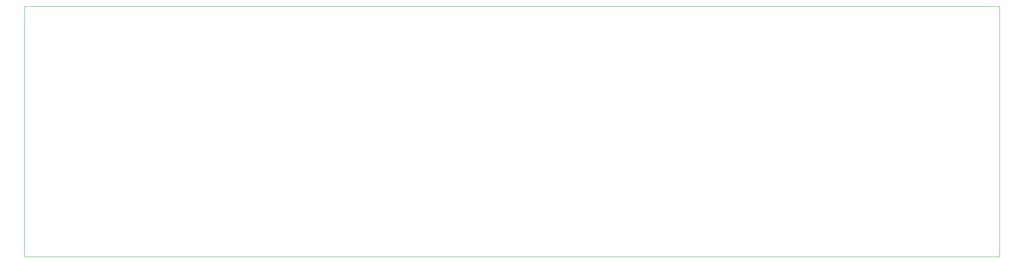
<source format=gm1>
G04 #@! TF.GenerationSoftware,KiCad,Pcbnew,(6.0.4-0)*
G04 #@! TF.CreationDate,2022-04-05T21:31:34-07:00*
G04 #@! TF.ProjectId,led-driver,6c65642d-6472-4697-9665-722e6b696361,rev?*
G04 #@! TF.SameCoordinates,Original*
G04 #@! TF.FileFunction,Profile,NP*
%FSLAX46Y46*%
G04 Gerber Fmt 4.6, Leading zero omitted, Abs format (unit mm)*
G04 Created by KiCad (PCBNEW (6.0.4-0)) date 2022-04-05 21:31:34*
%MOMM*%
%LPD*%
G01*
G04 APERTURE LIST*
G04 #@! TA.AperFunction,Profile*
%ADD10C,0.050000*%
G04 #@! TD*
G04 APERTURE END LIST*
D10*
X247650000Y-82550000D02*
X25400000Y-82550000D01*
X247650000Y-25400000D02*
X247650000Y-82550000D01*
X25400000Y-82550000D02*
X25400000Y-25400000D01*
X25400000Y-25400000D02*
X247650000Y-25400000D01*
M02*

</source>
